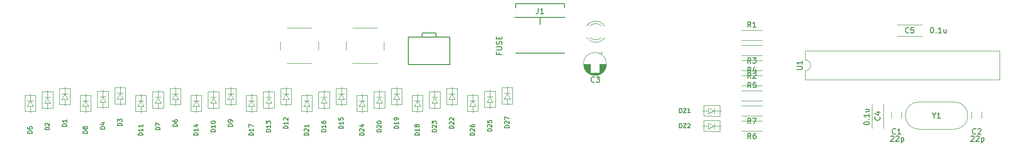
<source format=gbr>
G04 #@! TF.GenerationSoftware,KiCad,Pcbnew,(5.1.5)-3*
G04 #@! TF.CreationDate,2020-07-10T12:31:20-05:00*
G04 #@! TF.ProjectId,masochist,6d61736f-6368-4697-9374-2e6b69636164,rev?*
G04 #@! TF.SameCoordinates,Original*
G04 #@! TF.FileFunction,Legend,Top*
G04 #@! TF.FilePolarity,Positive*
%FSLAX46Y46*%
G04 Gerber Fmt 4.6, Leading zero omitted, Abs format (unit mm)*
G04 Created by KiCad (PCBNEW (5.1.5)-3) date 2020-07-10 12:31:20*
%MOMM*%
%LPD*%
G04 APERTURE LIST*
%ADD10C,0.120000*%
%ADD11C,0.200000*%
%ADD12C,0.203200*%
%ADD13C,0.150000*%
G04 APERTURE END LIST*
D10*
X233174000Y-47386000D02*
X239574000Y-47386000D01*
X233174000Y-52436000D02*
X239574000Y-52436000D01*
X233174000Y-52436000D02*
G75*
G02X233174000Y-47386000I0J2525000D01*
G01*
X239574000Y-52436000D02*
G75*
G03X239574000Y-47386000I0J2525000D01*
G01*
X212252250Y-37990000D02*
X212252250Y-39640000D01*
X247932250Y-37990000D02*
X212252250Y-37990000D01*
X247932250Y-43290000D02*
X247932250Y-37990000D01*
X212252250Y-43290000D02*
X247932250Y-43290000D01*
X212252250Y-41640000D02*
X212252250Y-43290000D01*
X212252250Y-39640000D02*
G75*
G02X212252250Y-41640000I0J-1000000D01*
G01*
X127870000Y-36243000D02*
X127870000Y-37743000D01*
X129120000Y-40243000D02*
X133620000Y-40243000D01*
X134870000Y-37743000D02*
X134870000Y-36243000D01*
X133620000Y-33743000D02*
X129120000Y-33743000D01*
X115805000Y-36243000D02*
X115805000Y-37743000D01*
X117055000Y-40243000D02*
X121555000Y-40243000D01*
X122805000Y-37743000D02*
X122805000Y-36243000D01*
X121555000Y-33743000D02*
X117055000Y-33743000D01*
X204358000Y-48102000D02*
X200518000Y-48102000D01*
X204358000Y-49942000D02*
X200518000Y-49942000D01*
X204358000Y-50896000D02*
X200518000Y-50896000D01*
X204358000Y-52736000D02*
X200518000Y-52736000D01*
X200518000Y-47148000D02*
X204358000Y-47148000D01*
X200518000Y-45308000D02*
X204358000Y-45308000D01*
X200518000Y-44354000D02*
X204358000Y-44354000D01*
X200518000Y-42514000D02*
X204358000Y-42514000D01*
X204358000Y-36926000D02*
X200518000Y-36926000D01*
X204358000Y-38766000D02*
X200518000Y-38766000D01*
X204358000Y-39720000D02*
X200518000Y-39720000D01*
X204358000Y-41560000D02*
X200518000Y-41560000D01*
X200518000Y-35972000D02*
X204358000Y-35972000D01*
X200518000Y-34132000D02*
X204358000Y-34132000D01*
X175296000Y-33337000D02*
X175296000Y-33181000D01*
X175296000Y-35653000D02*
X175296000Y-35497000D01*
X172694870Y-33337163D02*
G75*
G02X174776961Y-33337000I1041130J-1079837D01*
G01*
X172694870Y-35496837D02*
G75*
G03X174776961Y-35497000I1041130J1079837D01*
G01*
X172063665Y-33338392D02*
G75*
G02X175296000Y-33181484I1672335J-1078608D01*
G01*
X172063665Y-35495608D02*
G75*
G03X175296000Y-35652516I1672335J1078608D01*
G01*
D11*
X144379000Y-35423000D02*
X144379000Y-34623000D01*
X144379000Y-34623000D02*
X141829000Y-34623000D01*
X141829000Y-34623000D02*
X141829000Y-35423000D01*
D12*
X139319000Y-35433000D02*
X146939000Y-35433000D01*
X146939000Y-40513000D02*
X139319000Y-40513000D01*
X139319000Y-40513000D02*
X139319000Y-35433000D01*
X146939000Y-35433000D02*
X146939000Y-40513000D01*
D13*
X168137500Y-31750000D02*
X158887500Y-31750000D01*
X167987500Y-38410000D02*
X159037500Y-38410000D01*
X159032500Y-30000000D02*
X159037500Y-29240000D01*
X167987500Y-29240000D02*
X159037500Y-29240000D01*
X167987500Y-29240000D02*
X167992500Y-30000000D01*
X163512500Y-31750000D02*
X163512500Y-33020000D01*
D10*
X196542000Y-50816000D02*
X193572000Y-50816000D01*
X196552000Y-52816000D02*
X193562000Y-52806000D01*
X193562000Y-50816000D02*
X193562000Y-52806000D01*
X193352000Y-51826000D02*
X194472000Y-51826000D01*
X196812000Y-51826000D02*
X195532000Y-51826000D01*
X196552000Y-50816000D02*
X196552000Y-52816000D01*
X195422000Y-51826000D02*
X194472000Y-52366000D01*
X195412000Y-51816000D02*
X194502000Y-51286000D01*
X194472000Y-51286000D02*
X194472000Y-52366000D01*
X195522000Y-51286000D02*
X195522000Y-52366000D01*
X196542000Y-48022000D02*
X193572000Y-48022000D01*
X196552000Y-50022000D02*
X193562000Y-50012000D01*
X193562000Y-48022000D02*
X193562000Y-50012000D01*
X193352000Y-49032000D02*
X194472000Y-49032000D01*
X196812000Y-49032000D02*
X195532000Y-49032000D01*
X196552000Y-48022000D02*
X196552000Y-50022000D01*
X195422000Y-49032000D02*
X194472000Y-49572000D01*
X195412000Y-49022000D02*
X194502000Y-48492000D01*
X194472000Y-48492000D02*
X194472000Y-49572000D01*
X195522000Y-48492000D02*
X195522000Y-49572000D01*
X156480000Y-44758000D02*
X156480000Y-47728000D01*
X158480000Y-44748000D02*
X158470000Y-47738000D01*
X156480000Y-47738000D02*
X158470000Y-47738000D01*
X157490000Y-47948000D02*
X157490000Y-46828000D01*
X157490000Y-44488000D02*
X157490000Y-45768000D01*
X156480000Y-44748000D02*
X158480000Y-44748000D01*
X157490000Y-45878000D02*
X158030000Y-46828000D01*
X157480000Y-45888000D02*
X156950000Y-46798000D01*
X156950000Y-46828000D02*
X158030000Y-46828000D01*
X156950000Y-45778000D02*
X158030000Y-45778000D01*
X150130000Y-46155000D02*
X150130000Y-49125000D01*
X152130000Y-46145000D02*
X152120000Y-49135000D01*
X150130000Y-49135000D02*
X152120000Y-49135000D01*
X151140000Y-49345000D02*
X151140000Y-48225000D01*
X151140000Y-45885000D02*
X151140000Y-47165000D01*
X150130000Y-46145000D02*
X152130000Y-46145000D01*
X151140000Y-47275000D02*
X151680000Y-48225000D01*
X151130000Y-47285000D02*
X150600000Y-48195000D01*
X150600000Y-48225000D02*
X151680000Y-48225000D01*
X150600000Y-47175000D02*
X151680000Y-47175000D01*
X153305000Y-45393000D02*
X153305000Y-48363000D01*
X155305000Y-45383000D02*
X155295000Y-48373000D01*
X153305000Y-48373000D02*
X155295000Y-48373000D01*
X154315000Y-48583000D02*
X154315000Y-47463000D01*
X154315000Y-45123000D02*
X154315000Y-46403000D01*
X153305000Y-45383000D02*
X155305000Y-45383000D01*
X154315000Y-46513000D02*
X154855000Y-47463000D01*
X154305000Y-46523000D02*
X153775000Y-47433000D01*
X153775000Y-47463000D02*
X154855000Y-47463000D01*
X153775000Y-46413000D02*
X154855000Y-46413000D01*
X129810000Y-46155000D02*
X129810000Y-49125000D01*
X131810000Y-46145000D02*
X131800000Y-49135000D01*
X129810000Y-49135000D02*
X131800000Y-49135000D01*
X130820000Y-49345000D02*
X130820000Y-48225000D01*
X130820000Y-45885000D02*
X130820000Y-47165000D01*
X129810000Y-46145000D02*
X131810000Y-46145000D01*
X130820000Y-47275000D02*
X131360000Y-48225000D01*
X130810000Y-47285000D02*
X130280000Y-48195000D01*
X130280000Y-48225000D02*
X131360000Y-48225000D01*
X130280000Y-47175000D02*
X131360000Y-47175000D01*
X143145000Y-45520000D02*
X143145000Y-48490000D01*
X145145000Y-45510000D02*
X145135000Y-48500000D01*
X143145000Y-48500000D02*
X145135000Y-48500000D01*
X144155000Y-48710000D02*
X144155000Y-47590000D01*
X144155000Y-45250000D02*
X144155000Y-46530000D01*
X143145000Y-45510000D02*
X145145000Y-45510000D01*
X144155000Y-46640000D02*
X144695000Y-47590000D01*
X144145000Y-46650000D02*
X143615000Y-47560000D01*
X143615000Y-47590000D02*
X144695000Y-47590000D01*
X143615000Y-46540000D02*
X144695000Y-46540000D01*
X146320000Y-44885000D02*
X146320000Y-47855000D01*
X148320000Y-44875000D02*
X148310000Y-47865000D01*
X146320000Y-47865000D02*
X148310000Y-47865000D01*
X147330000Y-48075000D02*
X147330000Y-46955000D01*
X147330000Y-44615000D02*
X147330000Y-45895000D01*
X146320000Y-44875000D02*
X148320000Y-44875000D01*
X147330000Y-46005000D02*
X147870000Y-46955000D01*
X147320000Y-46015000D02*
X146790000Y-46925000D01*
X146790000Y-46955000D02*
X147870000Y-46955000D01*
X146790000Y-45905000D02*
X147870000Y-45905000D01*
X119650000Y-46155000D02*
X119650000Y-49125000D01*
X121650000Y-46145000D02*
X121640000Y-49135000D01*
X119650000Y-49135000D02*
X121640000Y-49135000D01*
X120660000Y-49345000D02*
X120660000Y-48225000D01*
X120660000Y-45885000D02*
X120660000Y-47165000D01*
X119650000Y-46145000D02*
X121650000Y-46145000D01*
X120660000Y-47275000D02*
X121200000Y-48225000D01*
X120650000Y-47285000D02*
X120120000Y-48195000D01*
X120120000Y-48225000D02*
X121200000Y-48225000D01*
X120120000Y-47175000D02*
X121200000Y-47175000D01*
X132985000Y-45520000D02*
X132985000Y-48490000D01*
X134985000Y-45510000D02*
X134975000Y-48500000D01*
X132985000Y-48500000D02*
X134975000Y-48500000D01*
X133995000Y-48710000D02*
X133995000Y-47590000D01*
X133995000Y-45250000D02*
X133995000Y-46530000D01*
X132985000Y-45510000D02*
X134985000Y-45510000D01*
X133995000Y-46640000D02*
X134535000Y-47590000D01*
X133985000Y-46650000D02*
X133455000Y-47560000D01*
X133455000Y-47590000D02*
X134535000Y-47590000D01*
X133455000Y-46540000D02*
X134535000Y-46540000D01*
X136160000Y-44885000D02*
X136160000Y-47855000D01*
X138160000Y-44875000D02*
X138150000Y-47865000D01*
X136160000Y-47865000D02*
X138150000Y-47865000D01*
X137170000Y-48075000D02*
X137170000Y-46955000D01*
X137170000Y-44615000D02*
X137170000Y-45895000D01*
X136160000Y-44875000D02*
X138160000Y-44875000D01*
X137170000Y-46005000D02*
X137710000Y-46955000D01*
X137160000Y-46015000D02*
X136630000Y-46925000D01*
X136630000Y-46955000D02*
X137710000Y-46955000D01*
X136630000Y-45905000D02*
X137710000Y-45905000D01*
X139970000Y-46155000D02*
X139970000Y-49125000D01*
X141970000Y-46145000D02*
X141960000Y-49135000D01*
X139970000Y-49135000D02*
X141960000Y-49135000D01*
X140980000Y-49345000D02*
X140980000Y-48225000D01*
X140980000Y-45885000D02*
X140980000Y-47165000D01*
X139970000Y-46145000D02*
X141970000Y-46145000D01*
X140980000Y-47275000D02*
X141520000Y-48225000D01*
X140970000Y-47285000D02*
X140440000Y-48195000D01*
X140440000Y-48225000D02*
X141520000Y-48225000D01*
X140440000Y-47175000D02*
X141520000Y-47175000D01*
X109490000Y-46155000D02*
X109490000Y-49125000D01*
X111490000Y-46145000D02*
X111480000Y-49135000D01*
X109490000Y-49135000D02*
X111480000Y-49135000D01*
X110500000Y-49345000D02*
X110500000Y-48225000D01*
X110500000Y-45885000D02*
X110500000Y-47165000D01*
X109490000Y-46145000D02*
X111490000Y-46145000D01*
X110500000Y-47275000D02*
X111040000Y-48225000D01*
X110490000Y-47285000D02*
X109960000Y-48195000D01*
X109960000Y-48225000D02*
X111040000Y-48225000D01*
X109960000Y-47175000D02*
X111040000Y-47175000D01*
X122825000Y-45520000D02*
X122825000Y-48490000D01*
X124825000Y-45510000D02*
X124815000Y-48500000D01*
X122825000Y-48500000D02*
X124815000Y-48500000D01*
X123835000Y-48710000D02*
X123835000Y-47590000D01*
X123835000Y-45250000D02*
X123835000Y-46530000D01*
X122825000Y-45510000D02*
X124825000Y-45510000D01*
X123835000Y-46640000D02*
X124375000Y-47590000D01*
X123825000Y-46650000D02*
X123295000Y-47560000D01*
X123295000Y-47590000D02*
X124375000Y-47590000D01*
X123295000Y-46540000D02*
X124375000Y-46540000D01*
X126000000Y-44885000D02*
X126000000Y-47855000D01*
X128000000Y-44875000D02*
X127990000Y-47865000D01*
X126000000Y-47865000D02*
X127990000Y-47865000D01*
X127010000Y-48075000D02*
X127010000Y-46955000D01*
X127010000Y-44615000D02*
X127010000Y-45895000D01*
X126000000Y-44875000D02*
X128000000Y-44875000D01*
X127010000Y-46005000D02*
X127550000Y-46955000D01*
X127000000Y-46015000D02*
X126470000Y-46925000D01*
X126470000Y-46955000D02*
X127550000Y-46955000D01*
X126470000Y-45905000D02*
X127550000Y-45905000D01*
X99330000Y-46155000D02*
X99330000Y-49125000D01*
X101330000Y-46145000D02*
X101320000Y-49135000D01*
X99330000Y-49135000D02*
X101320000Y-49135000D01*
X100340000Y-49345000D02*
X100340000Y-48225000D01*
X100340000Y-45885000D02*
X100340000Y-47165000D01*
X99330000Y-46145000D02*
X101330000Y-46145000D01*
X100340000Y-47275000D02*
X100880000Y-48225000D01*
X100330000Y-47285000D02*
X99800000Y-48195000D01*
X99800000Y-48225000D02*
X100880000Y-48225000D01*
X99800000Y-47175000D02*
X100880000Y-47175000D01*
X112665000Y-45520000D02*
X112665000Y-48490000D01*
X114665000Y-45510000D02*
X114655000Y-48500000D01*
X112665000Y-48500000D02*
X114655000Y-48500000D01*
X113675000Y-48710000D02*
X113675000Y-47590000D01*
X113675000Y-45250000D02*
X113675000Y-46530000D01*
X112665000Y-45510000D02*
X114665000Y-45510000D01*
X113675000Y-46640000D02*
X114215000Y-47590000D01*
X113665000Y-46650000D02*
X113135000Y-47560000D01*
X113135000Y-47590000D02*
X114215000Y-47590000D01*
X113135000Y-46540000D02*
X114215000Y-46540000D01*
X115840000Y-44885000D02*
X115840000Y-47855000D01*
X117840000Y-44875000D02*
X117830000Y-47865000D01*
X115840000Y-47865000D02*
X117830000Y-47865000D01*
X116850000Y-48075000D02*
X116850000Y-46955000D01*
X116850000Y-44615000D02*
X116850000Y-45895000D01*
X115840000Y-44875000D02*
X117840000Y-44875000D01*
X116850000Y-46005000D02*
X117390000Y-46955000D01*
X116840000Y-46015000D02*
X116310000Y-46925000D01*
X116310000Y-46955000D02*
X117390000Y-46955000D01*
X116310000Y-45905000D02*
X117390000Y-45905000D01*
X89640000Y-47175000D02*
X90720000Y-47175000D01*
X89640000Y-48225000D02*
X90720000Y-48225000D01*
X90170000Y-47285000D02*
X89640000Y-48195000D01*
X90180000Y-47275000D02*
X90720000Y-48225000D01*
X89170000Y-46145000D02*
X91170000Y-46145000D01*
X90180000Y-45885000D02*
X90180000Y-47165000D01*
X90180000Y-49345000D02*
X90180000Y-48225000D01*
X89170000Y-49135000D02*
X91160000Y-49135000D01*
X91170000Y-46145000D02*
X91160000Y-49135000D01*
X89170000Y-46155000D02*
X89170000Y-49125000D01*
X102505000Y-45520000D02*
X102505000Y-48490000D01*
X104505000Y-45510000D02*
X104495000Y-48500000D01*
X102505000Y-48500000D02*
X104495000Y-48500000D01*
X103515000Y-48710000D02*
X103515000Y-47590000D01*
X103515000Y-45250000D02*
X103515000Y-46530000D01*
X102505000Y-45510000D02*
X104505000Y-45510000D01*
X103515000Y-46640000D02*
X104055000Y-47590000D01*
X103505000Y-46650000D02*
X102975000Y-47560000D01*
X102975000Y-47590000D02*
X104055000Y-47590000D01*
X102975000Y-46540000D02*
X104055000Y-46540000D01*
X105680000Y-44885000D02*
X105680000Y-47855000D01*
X107680000Y-44875000D02*
X107670000Y-47865000D01*
X105680000Y-47865000D02*
X107670000Y-47865000D01*
X106690000Y-48075000D02*
X106690000Y-46955000D01*
X106690000Y-44615000D02*
X106690000Y-45895000D01*
X105680000Y-44875000D02*
X107680000Y-44875000D01*
X106690000Y-46005000D02*
X107230000Y-46955000D01*
X106680000Y-46015000D02*
X106150000Y-46925000D01*
X106150000Y-46955000D02*
X107230000Y-46955000D01*
X106150000Y-45905000D02*
X107230000Y-45905000D01*
X79010000Y-46155000D02*
X79010000Y-49125000D01*
X81010000Y-46145000D02*
X81000000Y-49135000D01*
X79010000Y-49135000D02*
X81000000Y-49135000D01*
X80020000Y-49345000D02*
X80020000Y-48225000D01*
X80020000Y-45885000D02*
X80020000Y-47165000D01*
X79010000Y-46145000D02*
X81010000Y-46145000D01*
X80020000Y-47275000D02*
X80560000Y-48225000D01*
X80010000Y-47285000D02*
X79480000Y-48195000D01*
X79480000Y-48225000D02*
X80560000Y-48225000D01*
X79480000Y-47175000D02*
X80560000Y-47175000D01*
X92815000Y-46540000D02*
X93895000Y-46540000D01*
X92815000Y-47590000D02*
X93895000Y-47590000D01*
X93345000Y-46650000D02*
X92815000Y-47560000D01*
X93355000Y-46640000D02*
X93895000Y-47590000D01*
X92345000Y-45510000D02*
X94345000Y-45510000D01*
X93355000Y-45250000D02*
X93355000Y-46530000D01*
X93355000Y-48710000D02*
X93355000Y-47590000D01*
X92345000Y-48500000D02*
X94335000Y-48500000D01*
X94345000Y-45510000D02*
X94335000Y-48500000D01*
X92345000Y-45520000D02*
X92345000Y-48490000D01*
X95990000Y-45905000D02*
X97070000Y-45905000D01*
X95990000Y-46955000D02*
X97070000Y-46955000D01*
X96520000Y-46015000D02*
X95990000Y-46925000D01*
X96530000Y-46005000D02*
X97070000Y-46955000D01*
X95520000Y-44875000D02*
X97520000Y-44875000D01*
X96530000Y-44615000D02*
X96530000Y-45895000D01*
X96530000Y-48075000D02*
X96530000Y-46955000D01*
X95520000Y-47865000D02*
X97510000Y-47865000D01*
X97520000Y-44875000D02*
X97510000Y-47865000D01*
X95520000Y-44885000D02*
X95520000Y-47855000D01*
X68850000Y-46155000D02*
X68850000Y-49125000D01*
X70850000Y-46145000D02*
X70840000Y-49135000D01*
X68850000Y-49135000D02*
X70840000Y-49135000D01*
X69860000Y-49345000D02*
X69860000Y-48225000D01*
X69860000Y-45885000D02*
X69860000Y-47165000D01*
X68850000Y-46145000D02*
X70850000Y-46145000D01*
X69860000Y-47275000D02*
X70400000Y-48225000D01*
X69850000Y-47285000D02*
X69320000Y-48195000D01*
X69320000Y-48225000D02*
X70400000Y-48225000D01*
X69320000Y-47175000D02*
X70400000Y-47175000D01*
X82185000Y-45393000D02*
X82185000Y-48363000D01*
X84185000Y-45383000D02*
X84175000Y-48373000D01*
X82185000Y-48373000D02*
X84175000Y-48373000D01*
X83195000Y-48583000D02*
X83195000Y-47463000D01*
X83195000Y-45123000D02*
X83195000Y-46403000D01*
X82185000Y-45383000D02*
X84185000Y-45383000D01*
X83195000Y-46513000D02*
X83735000Y-47463000D01*
X83185000Y-46523000D02*
X82655000Y-47433000D01*
X82655000Y-47463000D02*
X83735000Y-47463000D01*
X82655000Y-46413000D02*
X83735000Y-46413000D01*
X85360000Y-44758000D02*
X85360000Y-47728000D01*
X87360000Y-44748000D02*
X87350000Y-47738000D01*
X85360000Y-47738000D02*
X87350000Y-47738000D01*
X86370000Y-47948000D02*
X86370000Y-46828000D01*
X86370000Y-44488000D02*
X86370000Y-45768000D01*
X85360000Y-44748000D02*
X87360000Y-44748000D01*
X86370000Y-45878000D02*
X86910000Y-46828000D01*
X86360000Y-45888000D02*
X85830000Y-46798000D01*
X85830000Y-46828000D02*
X86910000Y-46828000D01*
X85830000Y-45778000D02*
X86910000Y-45778000D01*
X72025000Y-45520000D02*
X72025000Y-48490000D01*
X74025000Y-45510000D02*
X74015000Y-48500000D01*
X72025000Y-48500000D02*
X74015000Y-48500000D01*
X73035000Y-48710000D02*
X73035000Y-47590000D01*
X73035000Y-45250000D02*
X73035000Y-46530000D01*
X72025000Y-45510000D02*
X74025000Y-45510000D01*
X73035000Y-46640000D02*
X73575000Y-47590000D01*
X73025000Y-46650000D02*
X72495000Y-47560000D01*
X72495000Y-47590000D02*
X73575000Y-47590000D01*
X72495000Y-46540000D02*
X73575000Y-46540000D01*
X75200000Y-44885000D02*
X75200000Y-47855000D01*
X77200000Y-44875000D02*
X77190000Y-47865000D01*
X75200000Y-47865000D02*
X77190000Y-47865000D01*
X76210000Y-48075000D02*
X76210000Y-46955000D01*
X76210000Y-44615000D02*
X76210000Y-45895000D01*
X75200000Y-44875000D02*
X77200000Y-44875000D01*
X76210000Y-46005000D02*
X76750000Y-46955000D01*
X76200000Y-46015000D02*
X75670000Y-46925000D01*
X75670000Y-46955000D02*
X76750000Y-46955000D01*
X75670000Y-45905000D02*
X76750000Y-45905000D01*
X229164000Y-33108000D02*
X229164000Y-33093000D01*
X229164000Y-35233000D02*
X229164000Y-35218000D01*
X233704000Y-33108000D02*
X233704000Y-33093000D01*
X233704000Y-35233000D02*
X233704000Y-35218000D01*
X233704000Y-33093000D02*
X229164000Y-33093000D01*
X233704000Y-35233000D02*
X229164000Y-35233000D01*
X224497000Y-52268000D02*
X224482000Y-52268000D01*
X226622000Y-52268000D02*
X226607000Y-52268000D01*
X224497000Y-47728000D02*
X224482000Y-47728000D01*
X226622000Y-47728000D02*
X226607000Y-47728000D01*
X224482000Y-47728000D02*
X224482000Y-52268000D01*
X226622000Y-47728000D02*
X226622000Y-52268000D01*
X175729000Y-40374000D02*
G75*
G03X175729000Y-40374000I-2120000J0D01*
G01*
X172769000Y-40374000D02*
X171529000Y-40374000D01*
X175689000Y-40374000D02*
X174449000Y-40374000D01*
X172769000Y-40414000D02*
X171529000Y-40414000D01*
X175689000Y-40414000D02*
X174449000Y-40414000D01*
X172769000Y-40454000D02*
X171530000Y-40454000D01*
X175688000Y-40454000D02*
X174449000Y-40454000D01*
X175686000Y-40494000D02*
X174449000Y-40494000D01*
X172769000Y-40494000D02*
X171532000Y-40494000D01*
X175683000Y-40534000D02*
X174449000Y-40534000D01*
X172769000Y-40534000D02*
X171535000Y-40534000D01*
X175680000Y-40574000D02*
X174449000Y-40574000D01*
X172769000Y-40574000D02*
X171538000Y-40574000D01*
X175676000Y-40614000D02*
X174449000Y-40614000D01*
X172769000Y-40614000D02*
X171542000Y-40614000D01*
X175671000Y-40654000D02*
X174449000Y-40654000D01*
X172769000Y-40654000D02*
X171547000Y-40654000D01*
X175665000Y-40694000D02*
X174449000Y-40694000D01*
X172769000Y-40694000D02*
X171553000Y-40694000D01*
X175659000Y-40734000D02*
X174449000Y-40734000D01*
X172769000Y-40734000D02*
X171559000Y-40734000D01*
X175651000Y-40774000D02*
X174449000Y-40774000D01*
X172769000Y-40774000D02*
X171567000Y-40774000D01*
X175643000Y-40814000D02*
X174449000Y-40814000D01*
X172769000Y-40814000D02*
X171575000Y-40814000D01*
X175634000Y-40854000D02*
X174449000Y-40854000D01*
X172769000Y-40854000D02*
X171584000Y-40854000D01*
X175625000Y-40894000D02*
X174449000Y-40894000D01*
X172769000Y-40894000D02*
X171593000Y-40894000D01*
X175614000Y-40934000D02*
X174449000Y-40934000D01*
X172769000Y-40934000D02*
X171604000Y-40934000D01*
X175603000Y-40974000D02*
X174449000Y-40974000D01*
X172769000Y-40974000D02*
X171615000Y-40974000D01*
X175591000Y-41014000D02*
X174449000Y-41014000D01*
X172769000Y-41014000D02*
X171627000Y-41014000D01*
X175577000Y-41054000D02*
X174449000Y-41054000D01*
X172769000Y-41054000D02*
X171641000Y-41054000D01*
X175563000Y-41095000D02*
X174449000Y-41095000D01*
X172769000Y-41095000D02*
X171655000Y-41095000D01*
X175549000Y-41135000D02*
X174449000Y-41135000D01*
X172769000Y-41135000D02*
X171669000Y-41135000D01*
X175533000Y-41175000D02*
X174449000Y-41175000D01*
X172769000Y-41175000D02*
X171685000Y-41175000D01*
X175516000Y-41215000D02*
X174449000Y-41215000D01*
X172769000Y-41215000D02*
X171702000Y-41215000D01*
X175498000Y-41255000D02*
X174449000Y-41255000D01*
X172769000Y-41255000D02*
X171720000Y-41255000D01*
X175479000Y-41295000D02*
X174449000Y-41295000D01*
X172769000Y-41295000D02*
X171739000Y-41295000D01*
X175460000Y-41335000D02*
X174449000Y-41335000D01*
X172769000Y-41335000D02*
X171758000Y-41335000D01*
X175439000Y-41375000D02*
X174449000Y-41375000D01*
X172769000Y-41375000D02*
X171779000Y-41375000D01*
X175417000Y-41415000D02*
X174449000Y-41415000D01*
X172769000Y-41415000D02*
X171801000Y-41415000D01*
X175394000Y-41455000D02*
X174449000Y-41455000D01*
X172769000Y-41455000D02*
X171824000Y-41455000D01*
X175369000Y-41495000D02*
X174449000Y-41495000D01*
X172769000Y-41495000D02*
X171849000Y-41495000D01*
X175344000Y-41535000D02*
X174449000Y-41535000D01*
X172769000Y-41535000D02*
X171874000Y-41535000D01*
X175317000Y-41575000D02*
X174449000Y-41575000D01*
X172769000Y-41575000D02*
X171901000Y-41575000D01*
X175289000Y-41615000D02*
X174449000Y-41615000D01*
X172769000Y-41615000D02*
X171929000Y-41615000D01*
X175259000Y-41655000D02*
X174449000Y-41655000D01*
X172769000Y-41655000D02*
X171959000Y-41655000D01*
X175228000Y-41695000D02*
X174449000Y-41695000D01*
X172769000Y-41695000D02*
X171990000Y-41695000D01*
X175196000Y-41735000D02*
X174449000Y-41735000D01*
X172769000Y-41735000D02*
X172022000Y-41735000D01*
X175161000Y-41775000D02*
X174449000Y-41775000D01*
X172769000Y-41775000D02*
X172057000Y-41775000D01*
X175125000Y-41815000D02*
X174449000Y-41815000D01*
X172769000Y-41815000D02*
X172093000Y-41815000D01*
X175087000Y-41855000D02*
X174449000Y-41855000D01*
X172769000Y-41855000D02*
X172131000Y-41855000D01*
X175047000Y-41895000D02*
X174449000Y-41895000D01*
X172769000Y-41895000D02*
X172171000Y-41895000D01*
X175005000Y-41935000D02*
X174449000Y-41935000D01*
X172769000Y-41935000D02*
X172213000Y-41935000D01*
X174960000Y-41975000D02*
X172258000Y-41975000D01*
X174913000Y-42015000D02*
X172305000Y-42015000D01*
X174863000Y-42055000D02*
X172355000Y-42055000D01*
X174809000Y-42095000D02*
X172409000Y-42095000D01*
X174751000Y-42135000D02*
X172467000Y-42135000D01*
X174689000Y-42175000D02*
X172529000Y-42175000D01*
X174622000Y-42215000D02*
X172596000Y-42215000D01*
X174549000Y-42255000D02*
X172669000Y-42255000D01*
X174468000Y-42295000D02*
X172750000Y-42295000D01*
X174377000Y-42335000D02*
X172841000Y-42335000D01*
X174273000Y-42375000D02*
X172945000Y-42375000D01*
X174146000Y-42415000D02*
X173072000Y-42415000D01*
X173979000Y-42455000D02*
X173239000Y-42455000D01*
X174804000Y-38104199D02*
X174804000Y-38504199D01*
X175004000Y-38304199D02*
X174604000Y-38304199D01*
X244633000Y-50433000D02*
X244633000Y-49175000D01*
X242793000Y-50433000D02*
X242793000Y-49175000D01*
X229901000Y-50433000D02*
X229901000Y-49175000D01*
X228061000Y-50433000D02*
X228061000Y-49175000D01*
D13*
X235897809Y-49906126D02*
X235897809Y-50382316D01*
X235564476Y-49382316D02*
X235897809Y-49906126D01*
X236231142Y-49382316D01*
X237088285Y-50382316D02*
X236516857Y-50382316D01*
X236802571Y-50382316D02*
X236802571Y-49382316D01*
X236707333Y-49525174D01*
X236612095Y-49620412D01*
X236516857Y-49668031D01*
X210704630Y-41401904D02*
X211514154Y-41401904D01*
X211609392Y-41354285D01*
X211657011Y-41306666D01*
X211704630Y-41211428D01*
X211704630Y-41020952D01*
X211657011Y-40925714D01*
X211609392Y-40878095D01*
X211514154Y-40830476D01*
X210704630Y-40830476D01*
X211704630Y-39830476D02*
X211704630Y-40401904D01*
X211704630Y-40116190D02*
X210704630Y-40116190D01*
X210847488Y-40211428D01*
X210942726Y-40306666D01*
X210990345Y-40401904D01*
X202271333Y-51394380D02*
X201938000Y-50918190D01*
X201699904Y-51394380D02*
X201699904Y-50394380D01*
X202080857Y-50394380D01*
X202176095Y-50442000D01*
X202223714Y-50489619D01*
X202271333Y-50584857D01*
X202271333Y-50727714D01*
X202223714Y-50822952D01*
X202176095Y-50870571D01*
X202080857Y-50918190D01*
X201699904Y-50918190D01*
X202604666Y-50394380D02*
X203271333Y-50394380D01*
X202842761Y-51394380D01*
X202271333Y-54188380D02*
X201938000Y-53712190D01*
X201699904Y-54188380D02*
X201699904Y-53188380D01*
X202080857Y-53188380D01*
X202176095Y-53236000D01*
X202223714Y-53283619D01*
X202271333Y-53378857D01*
X202271333Y-53521714D01*
X202223714Y-53616952D01*
X202176095Y-53664571D01*
X202080857Y-53712190D01*
X201699904Y-53712190D01*
X203128476Y-53188380D02*
X202938000Y-53188380D01*
X202842761Y-53236000D01*
X202795142Y-53283619D01*
X202699904Y-53426476D01*
X202652285Y-53616952D01*
X202652285Y-53997904D01*
X202699904Y-54093142D01*
X202747523Y-54140761D01*
X202842761Y-54188380D01*
X203033238Y-54188380D01*
X203128476Y-54140761D01*
X203176095Y-54093142D01*
X203223714Y-53997904D01*
X203223714Y-53759809D01*
X203176095Y-53664571D01*
X203128476Y-53616952D01*
X203033238Y-53569333D01*
X202842761Y-53569333D01*
X202747523Y-53616952D01*
X202699904Y-53664571D01*
X202652285Y-53759809D01*
X202271333Y-44760380D02*
X201938000Y-44284190D01*
X201699904Y-44760380D02*
X201699904Y-43760380D01*
X202080857Y-43760380D01*
X202176095Y-43808000D01*
X202223714Y-43855619D01*
X202271333Y-43950857D01*
X202271333Y-44093714D01*
X202223714Y-44188952D01*
X202176095Y-44236571D01*
X202080857Y-44284190D01*
X201699904Y-44284190D01*
X203176095Y-43760380D02*
X202699904Y-43760380D01*
X202652285Y-44236571D01*
X202699904Y-44188952D01*
X202795142Y-44141333D01*
X203033238Y-44141333D01*
X203128476Y-44188952D01*
X203176095Y-44236571D01*
X203223714Y-44331809D01*
X203223714Y-44569904D01*
X203176095Y-44665142D01*
X203128476Y-44712761D01*
X203033238Y-44760380D01*
X202795142Y-44760380D01*
X202699904Y-44712761D01*
X202652285Y-44665142D01*
X202271333Y-41966380D02*
X201938000Y-41490190D01*
X201699904Y-41966380D02*
X201699904Y-40966380D01*
X202080857Y-40966380D01*
X202176095Y-41014000D01*
X202223714Y-41061619D01*
X202271333Y-41156857D01*
X202271333Y-41299714D01*
X202223714Y-41394952D01*
X202176095Y-41442571D01*
X202080857Y-41490190D01*
X201699904Y-41490190D01*
X203128476Y-41299714D02*
X203128476Y-41966380D01*
X202890380Y-40918761D02*
X202652285Y-41633047D01*
X203271333Y-41633047D01*
X202271333Y-40218380D02*
X201938000Y-39742190D01*
X201699904Y-40218380D02*
X201699904Y-39218380D01*
X202080857Y-39218380D01*
X202176095Y-39266000D01*
X202223714Y-39313619D01*
X202271333Y-39408857D01*
X202271333Y-39551714D01*
X202223714Y-39646952D01*
X202176095Y-39694571D01*
X202080857Y-39742190D01*
X201699904Y-39742190D01*
X202604666Y-39218380D02*
X203223714Y-39218380D01*
X202890380Y-39599333D01*
X203033238Y-39599333D01*
X203128476Y-39646952D01*
X203176095Y-39694571D01*
X203223714Y-39789809D01*
X203223714Y-40027904D01*
X203176095Y-40123142D01*
X203128476Y-40170761D01*
X203033238Y-40218380D01*
X202747523Y-40218380D01*
X202652285Y-40170761D01*
X202604666Y-40123142D01*
X202271333Y-43012380D02*
X201938000Y-42536190D01*
X201699904Y-43012380D02*
X201699904Y-42012380D01*
X202080857Y-42012380D01*
X202176095Y-42060000D01*
X202223714Y-42107619D01*
X202271333Y-42202857D01*
X202271333Y-42345714D01*
X202223714Y-42440952D01*
X202176095Y-42488571D01*
X202080857Y-42536190D01*
X201699904Y-42536190D01*
X202652285Y-42107619D02*
X202699904Y-42060000D01*
X202795142Y-42012380D01*
X203033238Y-42012380D01*
X203128476Y-42060000D01*
X203176095Y-42107619D01*
X203223714Y-42202857D01*
X203223714Y-42298095D01*
X203176095Y-42440952D01*
X202604666Y-43012380D01*
X203223714Y-43012380D01*
X202271333Y-33584380D02*
X201938000Y-33108190D01*
X201699904Y-33584380D02*
X201699904Y-32584380D01*
X202080857Y-32584380D01*
X202176095Y-32632000D01*
X202223714Y-32679619D01*
X202271333Y-32774857D01*
X202271333Y-32917714D01*
X202223714Y-33012952D01*
X202176095Y-33060571D01*
X202080857Y-33108190D01*
X201699904Y-33108190D01*
X203223714Y-33584380D02*
X202652285Y-33584380D01*
X202938000Y-33584380D02*
X202938000Y-32584380D01*
X202842761Y-32727238D01*
X202747523Y-32822476D01*
X202652285Y-32870095D01*
X163196664Y-30065010D02*
X163196664Y-30779296D01*
X163149045Y-30922153D01*
X163053807Y-31017391D01*
X162910950Y-31065010D01*
X162815712Y-31065010D01*
X164196664Y-31065010D02*
X163625236Y-31065010D01*
X163910950Y-31065010D02*
X163910950Y-30065010D01*
X163815712Y-30207868D01*
X163720474Y-30303106D01*
X163625236Y-30350725D01*
X155981571Y-38286523D02*
X155981571Y-38619857D01*
X156505380Y-38619857D02*
X155505380Y-38619857D01*
X155505380Y-38143666D01*
X155505380Y-37762714D02*
X156314904Y-37762714D01*
X156410142Y-37715095D01*
X156457761Y-37667476D01*
X156505380Y-37572238D01*
X156505380Y-37381761D01*
X156457761Y-37286523D01*
X156410142Y-37238904D01*
X156314904Y-37191285D01*
X155505380Y-37191285D01*
X156457761Y-36762714D02*
X156505380Y-36619857D01*
X156505380Y-36381761D01*
X156457761Y-36286523D01*
X156410142Y-36238904D01*
X156314904Y-36191285D01*
X156219666Y-36191285D01*
X156124428Y-36238904D01*
X156076809Y-36286523D01*
X156029190Y-36381761D01*
X155981571Y-36572238D01*
X155933952Y-36667476D01*
X155886333Y-36715095D01*
X155791095Y-36762714D01*
X155695857Y-36762714D01*
X155600619Y-36715095D01*
X155553000Y-36667476D01*
X155505380Y-36572238D01*
X155505380Y-36334142D01*
X155553000Y-36191285D01*
X155981571Y-35762714D02*
X155981571Y-35429380D01*
X156505380Y-35286523D02*
X156505380Y-35762714D01*
X155505380Y-35762714D01*
X155505380Y-35286523D01*
X189140571Y-52177904D02*
X189140571Y-51377904D01*
X189331047Y-51377904D01*
X189445333Y-51416000D01*
X189521523Y-51492190D01*
X189559619Y-51568380D01*
X189597714Y-51720761D01*
X189597714Y-51835047D01*
X189559619Y-51987428D01*
X189521523Y-52063619D01*
X189445333Y-52139809D01*
X189331047Y-52177904D01*
X189140571Y-52177904D01*
X189864380Y-51377904D02*
X190397714Y-51377904D01*
X189864380Y-52177904D01*
X190397714Y-52177904D01*
X190664380Y-51454095D02*
X190702476Y-51416000D01*
X190778666Y-51377904D01*
X190969142Y-51377904D01*
X191045333Y-51416000D01*
X191083428Y-51454095D01*
X191121523Y-51530285D01*
X191121523Y-51606476D01*
X191083428Y-51720761D01*
X190626285Y-52177904D01*
X191121523Y-52177904D01*
X189140571Y-49383904D02*
X189140571Y-48583904D01*
X189331047Y-48583904D01*
X189445333Y-48622000D01*
X189521523Y-48698190D01*
X189559619Y-48774380D01*
X189597714Y-48926761D01*
X189597714Y-49041047D01*
X189559619Y-49193428D01*
X189521523Y-49269619D01*
X189445333Y-49345809D01*
X189331047Y-49383904D01*
X189140571Y-49383904D01*
X189864380Y-48583904D02*
X190397714Y-48583904D01*
X189864380Y-49383904D01*
X190397714Y-49383904D01*
X191121523Y-49383904D02*
X190664380Y-49383904D01*
X190892952Y-49383904D02*
X190892952Y-48583904D01*
X190816761Y-48698190D01*
X190740571Y-48774380D01*
X190664380Y-48812476D01*
X157841904Y-52159428D02*
X157041904Y-52159428D01*
X157041904Y-51968952D01*
X157080000Y-51854666D01*
X157156190Y-51778476D01*
X157232380Y-51740380D01*
X157384761Y-51702285D01*
X157499047Y-51702285D01*
X157651428Y-51740380D01*
X157727619Y-51778476D01*
X157803809Y-51854666D01*
X157841904Y-51968952D01*
X157841904Y-52159428D01*
X157118095Y-51397523D02*
X157080000Y-51359428D01*
X157041904Y-51283238D01*
X157041904Y-51092761D01*
X157080000Y-51016571D01*
X157118095Y-50978476D01*
X157194285Y-50940380D01*
X157270476Y-50940380D01*
X157384761Y-50978476D01*
X157841904Y-51435619D01*
X157841904Y-50940380D01*
X157041904Y-50673714D02*
X157041904Y-50140380D01*
X157841904Y-50483238D01*
X151491904Y-53556428D02*
X150691904Y-53556428D01*
X150691904Y-53365952D01*
X150730000Y-53251666D01*
X150806190Y-53175476D01*
X150882380Y-53137380D01*
X151034761Y-53099285D01*
X151149047Y-53099285D01*
X151301428Y-53137380D01*
X151377619Y-53175476D01*
X151453809Y-53251666D01*
X151491904Y-53365952D01*
X151491904Y-53556428D01*
X150768095Y-52794523D02*
X150730000Y-52756428D01*
X150691904Y-52680238D01*
X150691904Y-52489761D01*
X150730000Y-52413571D01*
X150768095Y-52375476D01*
X150844285Y-52337380D01*
X150920476Y-52337380D01*
X151034761Y-52375476D01*
X151491904Y-52832619D01*
X151491904Y-52337380D01*
X150691904Y-51651666D02*
X150691904Y-51804047D01*
X150730000Y-51880238D01*
X150768095Y-51918333D01*
X150882380Y-51994523D01*
X151034761Y-52032619D01*
X151339523Y-52032619D01*
X151415714Y-51994523D01*
X151453809Y-51956428D01*
X151491904Y-51880238D01*
X151491904Y-51727857D01*
X151453809Y-51651666D01*
X151415714Y-51613571D01*
X151339523Y-51575476D01*
X151149047Y-51575476D01*
X151072857Y-51613571D01*
X151034761Y-51651666D01*
X150996666Y-51727857D01*
X150996666Y-51880238D01*
X151034761Y-51956428D01*
X151072857Y-51994523D01*
X151149047Y-52032619D01*
X154666904Y-52794428D02*
X153866904Y-52794428D01*
X153866904Y-52603952D01*
X153905000Y-52489666D01*
X153981190Y-52413476D01*
X154057380Y-52375380D01*
X154209761Y-52337285D01*
X154324047Y-52337285D01*
X154476428Y-52375380D01*
X154552619Y-52413476D01*
X154628809Y-52489666D01*
X154666904Y-52603952D01*
X154666904Y-52794428D01*
X153943095Y-52032523D02*
X153905000Y-51994428D01*
X153866904Y-51918238D01*
X153866904Y-51727761D01*
X153905000Y-51651571D01*
X153943095Y-51613476D01*
X154019285Y-51575380D01*
X154095476Y-51575380D01*
X154209761Y-51613476D01*
X154666904Y-52070619D01*
X154666904Y-51575380D01*
X153866904Y-50851571D02*
X153866904Y-51232523D01*
X154247857Y-51270619D01*
X154209761Y-51232523D01*
X154171666Y-51156333D01*
X154171666Y-50965857D01*
X154209761Y-50889666D01*
X154247857Y-50851571D01*
X154324047Y-50813476D01*
X154514523Y-50813476D01*
X154590714Y-50851571D01*
X154628809Y-50889666D01*
X154666904Y-50965857D01*
X154666904Y-51156333D01*
X154628809Y-51232523D01*
X154590714Y-51270619D01*
X131171904Y-53556428D02*
X130371904Y-53556428D01*
X130371904Y-53365952D01*
X130410000Y-53251666D01*
X130486190Y-53175476D01*
X130562380Y-53137380D01*
X130714761Y-53099285D01*
X130829047Y-53099285D01*
X130981428Y-53137380D01*
X131057619Y-53175476D01*
X131133809Y-53251666D01*
X131171904Y-53365952D01*
X131171904Y-53556428D01*
X130448095Y-52794523D02*
X130410000Y-52756428D01*
X130371904Y-52680238D01*
X130371904Y-52489761D01*
X130410000Y-52413571D01*
X130448095Y-52375476D01*
X130524285Y-52337380D01*
X130600476Y-52337380D01*
X130714761Y-52375476D01*
X131171904Y-52832619D01*
X131171904Y-52337380D01*
X130638571Y-51651666D02*
X131171904Y-51651666D01*
X130333809Y-51842142D02*
X130905238Y-52032619D01*
X130905238Y-51537380D01*
X144506904Y-52921428D02*
X143706904Y-52921428D01*
X143706904Y-52730952D01*
X143745000Y-52616666D01*
X143821190Y-52540476D01*
X143897380Y-52502380D01*
X144049761Y-52464285D01*
X144164047Y-52464285D01*
X144316428Y-52502380D01*
X144392619Y-52540476D01*
X144468809Y-52616666D01*
X144506904Y-52730952D01*
X144506904Y-52921428D01*
X143783095Y-52159523D02*
X143745000Y-52121428D01*
X143706904Y-52045238D01*
X143706904Y-51854761D01*
X143745000Y-51778571D01*
X143783095Y-51740476D01*
X143859285Y-51702380D01*
X143935476Y-51702380D01*
X144049761Y-51740476D01*
X144506904Y-52197619D01*
X144506904Y-51702380D01*
X143706904Y-51435714D02*
X143706904Y-50940476D01*
X144011666Y-51207142D01*
X144011666Y-51092857D01*
X144049761Y-51016666D01*
X144087857Y-50978571D01*
X144164047Y-50940476D01*
X144354523Y-50940476D01*
X144430714Y-50978571D01*
X144468809Y-51016666D01*
X144506904Y-51092857D01*
X144506904Y-51321428D01*
X144468809Y-51397619D01*
X144430714Y-51435714D01*
X147681904Y-52286428D02*
X146881904Y-52286428D01*
X146881904Y-52095952D01*
X146920000Y-51981666D01*
X146996190Y-51905476D01*
X147072380Y-51867380D01*
X147224761Y-51829285D01*
X147339047Y-51829285D01*
X147491428Y-51867380D01*
X147567619Y-51905476D01*
X147643809Y-51981666D01*
X147681904Y-52095952D01*
X147681904Y-52286428D01*
X146958095Y-51524523D02*
X146920000Y-51486428D01*
X146881904Y-51410238D01*
X146881904Y-51219761D01*
X146920000Y-51143571D01*
X146958095Y-51105476D01*
X147034285Y-51067380D01*
X147110476Y-51067380D01*
X147224761Y-51105476D01*
X147681904Y-51562619D01*
X147681904Y-51067380D01*
X146958095Y-50762619D02*
X146920000Y-50724523D01*
X146881904Y-50648333D01*
X146881904Y-50457857D01*
X146920000Y-50381666D01*
X146958095Y-50343571D01*
X147034285Y-50305476D01*
X147110476Y-50305476D01*
X147224761Y-50343571D01*
X147681904Y-50800714D01*
X147681904Y-50305476D01*
X121011904Y-53556428D02*
X120211904Y-53556428D01*
X120211904Y-53365952D01*
X120250000Y-53251666D01*
X120326190Y-53175476D01*
X120402380Y-53137380D01*
X120554761Y-53099285D01*
X120669047Y-53099285D01*
X120821428Y-53137380D01*
X120897619Y-53175476D01*
X120973809Y-53251666D01*
X121011904Y-53365952D01*
X121011904Y-53556428D01*
X120288095Y-52794523D02*
X120250000Y-52756428D01*
X120211904Y-52680238D01*
X120211904Y-52489761D01*
X120250000Y-52413571D01*
X120288095Y-52375476D01*
X120364285Y-52337380D01*
X120440476Y-52337380D01*
X120554761Y-52375476D01*
X121011904Y-52832619D01*
X121011904Y-52337380D01*
X121011904Y-51575476D02*
X121011904Y-52032619D01*
X121011904Y-51804047D02*
X120211904Y-51804047D01*
X120326190Y-51880238D01*
X120402380Y-51956428D01*
X120440476Y-52032619D01*
X134346904Y-52921428D02*
X133546904Y-52921428D01*
X133546904Y-52730952D01*
X133585000Y-52616666D01*
X133661190Y-52540476D01*
X133737380Y-52502380D01*
X133889761Y-52464285D01*
X134004047Y-52464285D01*
X134156428Y-52502380D01*
X134232619Y-52540476D01*
X134308809Y-52616666D01*
X134346904Y-52730952D01*
X134346904Y-52921428D01*
X133623095Y-52159523D02*
X133585000Y-52121428D01*
X133546904Y-52045238D01*
X133546904Y-51854761D01*
X133585000Y-51778571D01*
X133623095Y-51740476D01*
X133699285Y-51702380D01*
X133775476Y-51702380D01*
X133889761Y-51740476D01*
X134346904Y-52197619D01*
X134346904Y-51702380D01*
X133546904Y-51207142D02*
X133546904Y-51130952D01*
X133585000Y-51054761D01*
X133623095Y-51016666D01*
X133699285Y-50978571D01*
X133851666Y-50940476D01*
X134042142Y-50940476D01*
X134194523Y-50978571D01*
X134270714Y-51016666D01*
X134308809Y-51054761D01*
X134346904Y-51130952D01*
X134346904Y-51207142D01*
X134308809Y-51283333D01*
X134270714Y-51321428D01*
X134194523Y-51359523D01*
X134042142Y-51397619D01*
X133851666Y-51397619D01*
X133699285Y-51359523D01*
X133623095Y-51321428D01*
X133585000Y-51283333D01*
X133546904Y-51207142D01*
X137521904Y-52286428D02*
X136721904Y-52286428D01*
X136721904Y-52095952D01*
X136760000Y-51981666D01*
X136836190Y-51905476D01*
X136912380Y-51867380D01*
X137064761Y-51829285D01*
X137179047Y-51829285D01*
X137331428Y-51867380D01*
X137407619Y-51905476D01*
X137483809Y-51981666D01*
X137521904Y-52095952D01*
X137521904Y-52286428D01*
X137521904Y-51067380D02*
X137521904Y-51524523D01*
X137521904Y-51295952D02*
X136721904Y-51295952D01*
X136836190Y-51372142D01*
X136912380Y-51448333D01*
X136950476Y-51524523D01*
X137521904Y-50686428D02*
X137521904Y-50534047D01*
X137483809Y-50457857D01*
X137445714Y-50419761D01*
X137331428Y-50343571D01*
X137179047Y-50305476D01*
X136874285Y-50305476D01*
X136798095Y-50343571D01*
X136760000Y-50381666D01*
X136721904Y-50457857D01*
X136721904Y-50610238D01*
X136760000Y-50686428D01*
X136798095Y-50724523D01*
X136874285Y-50762619D01*
X137064761Y-50762619D01*
X137140952Y-50724523D01*
X137179047Y-50686428D01*
X137217142Y-50610238D01*
X137217142Y-50457857D01*
X137179047Y-50381666D01*
X137140952Y-50343571D01*
X137064761Y-50305476D01*
X141331904Y-53556428D02*
X140531904Y-53556428D01*
X140531904Y-53365952D01*
X140570000Y-53251666D01*
X140646190Y-53175476D01*
X140722380Y-53137380D01*
X140874761Y-53099285D01*
X140989047Y-53099285D01*
X141141428Y-53137380D01*
X141217619Y-53175476D01*
X141293809Y-53251666D01*
X141331904Y-53365952D01*
X141331904Y-53556428D01*
X141331904Y-52337380D02*
X141331904Y-52794523D01*
X141331904Y-52565952D02*
X140531904Y-52565952D01*
X140646190Y-52642142D01*
X140722380Y-52718333D01*
X140760476Y-52794523D01*
X140874761Y-51880238D02*
X140836666Y-51956428D01*
X140798571Y-51994523D01*
X140722380Y-52032619D01*
X140684285Y-52032619D01*
X140608095Y-51994523D01*
X140570000Y-51956428D01*
X140531904Y-51880238D01*
X140531904Y-51727857D01*
X140570000Y-51651666D01*
X140608095Y-51613571D01*
X140684285Y-51575476D01*
X140722380Y-51575476D01*
X140798571Y-51613571D01*
X140836666Y-51651666D01*
X140874761Y-51727857D01*
X140874761Y-51880238D01*
X140912857Y-51956428D01*
X140950952Y-51994523D01*
X141027142Y-52032619D01*
X141179523Y-52032619D01*
X141255714Y-51994523D01*
X141293809Y-51956428D01*
X141331904Y-51880238D01*
X141331904Y-51727857D01*
X141293809Y-51651666D01*
X141255714Y-51613571D01*
X141179523Y-51575476D01*
X141027142Y-51575476D01*
X140950952Y-51613571D01*
X140912857Y-51651666D01*
X140874761Y-51727857D01*
X110851904Y-53556428D02*
X110051904Y-53556428D01*
X110051904Y-53365952D01*
X110090000Y-53251666D01*
X110166190Y-53175476D01*
X110242380Y-53137380D01*
X110394761Y-53099285D01*
X110509047Y-53099285D01*
X110661428Y-53137380D01*
X110737619Y-53175476D01*
X110813809Y-53251666D01*
X110851904Y-53365952D01*
X110851904Y-53556428D01*
X110851904Y-52337380D02*
X110851904Y-52794523D01*
X110851904Y-52565952D02*
X110051904Y-52565952D01*
X110166190Y-52642142D01*
X110242380Y-52718333D01*
X110280476Y-52794523D01*
X110051904Y-52070714D02*
X110051904Y-51537380D01*
X110851904Y-51880238D01*
X124186904Y-52921428D02*
X123386904Y-52921428D01*
X123386904Y-52730952D01*
X123425000Y-52616666D01*
X123501190Y-52540476D01*
X123577380Y-52502380D01*
X123729761Y-52464285D01*
X123844047Y-52464285D01*
X123996428Y-52502380D01*
X124072619Y-52540476D01*
X124148809Y-52616666D01*
X124186904Y-52730952D01*
X124186904Y-52921428D01*
X124186904Y-51702380D02*
X124186904Y-52159523D01*
X124186904Y-51930952D02*
X123386904Y-51930952D01*
X123501190Y-52007142D01*
X123577380Y-52083333D01*
X123615476Y-52159523D01*
X123386904Y-51016666D02*
X123386904Y-51169047D01*
X123425000Y-51245238D01*
X123463095Y-51283333D01*
X123577380Y-51359523D01*
X123729761Y-51397619D01*
X124034523Y-51397619D01*
X124110714Y-51359523D01*
X124148809Y-51321428D01*
X124186904Y-51245238D01*
X124186904Y-51092857D01*
X124148809Y-51016666D01*
X124110714Y-50978571D01*
X124034523Y-50940476D01*
X123844047Y-50940476D01*
X123767857Y-50978571D01*
X123729761Y-51016666D01*
X123691666Y-51092857D01*
X123691666Y-51245238D01*
X123729761Y-51321428D01*
X123767857Y-51359523D01*
X123844047Y-51397619D01*
X127361904Y-52286428D02*
X126561904Y-52286428D01*
X126561904Y-52095952D01*
X126600000Y-51981666D01*
X126676190Y-51905476D01*
X126752380Y-51867380D01*
X126904761Y-51829285D01*
X127019047Y-51829285D01*
X127171428Y-51867380D01*
X127247619Y-51905476D01*
X127323809Y-51981666D01*
X127361904Y-52095952D01*
X127361904Y-52286428D01*
X127361904Y-51067380D02*
X127361904Y-51524523D01*
X127361904Y-51295952D02*
X126561904Y-51295952D01*
X126676190Y-51372142D01*
X126752380Y-51448333D01*
X126790476Y-51524523D01*
X126561904Y-50343571D02*
X126561904Y-50724523D01*
X126942857Y-50762619D01*
X126904761Y-50724523D01*
X126866666Y-50648333D01*
X126866666Y-50457857D01*
X126904761Y-50381666D01*
X126942857Y-50343571D01*
X127019047Y-50305476D01*
X127209523Y-50305476D01*
X127285714Y-50343571D01*
X127323809Y-50381666D01*
X127361904Y-50457857D01*
X127361904Y-50648333D01*
X127323809Y-50724523D01*
X127285714Y-50762619D01*
X100691904Y-53556428D02*
X99891904Y-53556428D01*
X99891904Y-53365952D01*
X99930000Y-53251666D01*
X100006190Y-53175476D01*
X100082380Y-53137380D01*
X100234761Y-53099285D01*
X100349047Y-53099285D01*
X100501428Y-53137380D01*
X100577619Y-53175476D01*
X100653809Y-53251666D01*
X100691904Y-53365952D01*
X100691904Y-53556428D01*
X100691904Y-52337380D02*
X100691904Y-52794523D01*
X100691904Y-52565952D02*
X99891904Y-52565952D01*
X100006190Y-52642142D01*
X100082380Y-52718333D01*
X100120476Y-52794523D01*
X100158571Y-51651666D02*
X100691904Y-51651666D01*
X99853809Y-51842142D02*
X100425238Y-52032619D01*
X100425238Y-51537380D01*
X114026904Y-52921428D02*
X113226904Y-52921428D01*
X113226904Y-52730952D01*
X113265000Y-52616666D01*
X113341190Y-52540476D01*
X113417380Y-52502380D01*
X113569761Y-52464285D01*
X113684047Y-52464285D01*
X113836428Y-52502380D01*
X113912619Y-52540476D01*
X113988809Y-52616666D01*
X114026904Y-52730952D01*
X114026904Y-52921428D01*
X114026904Y-51702380D02*
X114026904Y-52159523D01*
X114026904Y-51930952D02*
X113226904Y-51930952D01*
X113341190Y-52007142D01*
X113417380Y-52083333D01*
X113455476Y-52159523D01*
X113226904Y-51435714D02*
X113226904Y-50940476D01*
X113531666Y-51207142D01*
X113531666Y-51092857D01*
X113569761Y-51016666D01*
X113607857Y-50978571D01*
X113684047Y-50940476D01*
X113874523Y-50940476D01*
X113950714Y-50978571D01*
X113988809Y-51016666D01*
X114026904Y-51092857D01*
X114026904Y-51321428D01*
X113988809Y-51397619D01*
X113950714Y-51435714D01*
X117201904Y-52286428D02*
X116401904Y-52286428D01*
X116401904Y-52095952D01*
X116440000Y-51981666D01*
X116516190Y-51905476D01*
X116592380Y-51867380D01*
X116744761Y-51829285D01*
X116859047Y-51829285D01*
X117011428Y-51867380D01*
X117087619Y-51905476D01*
X117163809Y-51981666D01*
X117201904Y-52095952D01*
X117201904Y-52286428D01*
X117201904Y-51067380D02*
X117201904Y-51524523D01*
X117201904Y-51295952D02*
X116401904Y-51295952D01*
X116516190Y-51372142D01*
X116592380Y-51448333D01*
X116630476Y-51524523D01*
X116478095Y-50762619D02*
X116440000Y-50724523D01*
X116401904Y-50648333D01*
X116401904Y-50457857D01*
X116440000Y-50381666D01*
X116478095Y-50343571D01*
X116554285Y-50305476D01*
X116630476Y-50305476D01*
X116744761Y-50343571D01*
X117201904Y-50800714D01*
X117201904Y-50305476D01*
X90531904Y-53556428D02*
X89731904Y-53556428D01*
X89731904Y-53365952D01*
X89770000Y-53251666D01*
X89846190Y-53175476D01*
X89922380Y-53137380D01*
X90074761Y-53099285D01*
X90189047Y-53099285D01*
X90341428Y-53137380D01*
X90417619Y-53175476D01*
X90493809Y-53251666D01*
X90531904Y-53365952D01*
X90531904Y-53556428D01*
X90531904Y-52337380D02*
X90531904Y-52794523D01*
X90531904Y-52565952D02*
X89731904Y-52565952D01*
X89846190Y-52642142D01*
X89922380Y-52718333D01*
X89960476Y-52794523D01*
X90531904Y-51575476D02*
X90531904Y-52032619D01*
X90531904Y-51804047D02*
X89731904Y-51804047D01*
X89846190Y-51880238D01*
X89922380Y-51956428D01*
X89960476Y-52032619D01*
X103866904Y-52921428D02*
X103066904Y-52921428D01*
X103066904Y-52730952D01*
X103105000Y-52616666D01*
X103181190Y-52540476D01*
X103257380Y-52502380D01*
X103409761Y-52464285D01*
X103524047Y-52464285D01*
X103676428Y-52502380D01*
X103752619Y-52540476D01*
X103828809Y-52616666D01*
X103866904Y-52730952D01*
X103866904Y-52921428D01*
X103866904Y-51702380D02*
X103866904Y-52159523D01*
X103866904Y-51930952D02*
X103066904Y-51930952D01*
X103181190Y-52007142D01*
X103257380Y-52083333D01*
X103295476Y-52159523D01*
X103066904Y-51207142D02*
X103066904Y-51130952D01*
X103105000Y-51054761D01*
X103143095Y-51016666D01*
X103219285Y-50978571D01*
X103371666Y-50940476D01*
X103562142Y-50940476D01*
X103714523Y-50978571D01*
X103790714Y-51016666D01*
X103828809Y-51054761D01*
X103866904Y-51130952D01*
X103866904Y-51207142D01*
X103828809Y-51283333D01*
X103790714Y-51321428D01*
X103714523Y-51359523D01*
X103562142Y-51397619D01*
X103371666Y-51397619D01*
X103219285Y-51359523D01*
X103143095Y-51321428D01*
X103105000Y-51283333D01*
X103066904Y-51207142D01*
X107041904Y-51905476D02*
X106241904Y-51905476D01*
X106241904Y-51715000D01*
X106280000Y-51600714D01*
X106356190Y-51524523D01*
X106432380Y-51486428D01*
X106584761Y-51448333D01*
X106699047Y-51448333D01*
X106851428Y-51486428D01*
X106927619Y-51524523D01*
X107003809Y-51600714D01*
X107041904Y-51715000D01*
X107041904Y-51905476D01*
X107041904Y-51067380D02*
X107041904Y-50915000D01*
X107003809Y-50838809D01*
X106965714Y-50800714D01*
X106851428Y-50724523D01*
X106699047Y-50686428D01*
X106394285Y-50686428D01*
X106318095Y-50724523D01*
X106280000Y-50762619D01*
X106241904Y-50838809D01*
X106241904Y-50991190D01*
X106280000Y-51067380D01*
X106318095Y-51105476D01*
X106394285Y-51143571D01*
X106584761Y-51143571D01*
X106660952Y-51105476D01*
X106699047Y-51067380D01*
X106737142Y-50991190D01*
X106737142Y-50838809D01*
X106699047Y-50762619D01*
X106660952Y-50724523D01*
X106584761Y-50686428D01*
X80371904Y-53175476D02*
X79571904Y-53175476D01*
X79571904Y-52985000D01*
X79610000Y-52870714D01*
X79686190Y-52794523D01*
X79762380Y-52756428D01*
X79914761Y-52718333D01*
X80029047Y-52718333D01*
X80181428Y-52756428D01*
X80257619Y-52794523D01*
X80333809Y-52870714D01*
X80371904Y-52985000D01*
X80371904Y-53175476D01*
X79914761Y-52261190D02*
X79876666Y-52337380D01*
X79838571Y-52375476D01*
X79762380Y-52413571D01*
X79724285Y-52413571D01*
X79648095Y-52375476D01*
X79610000Y-52337380D01*
X79571904Y-52261190D01*
X79571904Y-52108809D01*
X79610000Y-52032619D01*
X79648095Y-51994523D01*
X79724285Y-51956428D01*
X79762380Y-51956428D01*
X79838571Y-51994523D01*
X79876666Y-52032619D01*
X79914761Y-52108809D01*
X79914761Y-52261190D01*
X79952857Y-52337380D01*
X79990952Y-52375476D01*
X80067142Y-52413571D01*
X80219523Y-52413571D01*
X80295714Y-52375476D01*
X80333809Y-52337380D01*
X80371904Y-52261190D01*
X80371904Y-52108809D01*
X80333809Y-52032619D01*
X80295714Y-51994523D01*
X80219523Y-51956428D01*
X80067142Y-51956428D01*
X79990952Y-51994523D01*
X79952857Y-52032619D01*
X79914761Y-52108809D01*
X93706904Y-52540476D02*
X92906904Y-52540476D01*
X92906904Y-52350000D01*
X92945000Y-52235714D01*
X93021190Y-52159523D01*
X93097380Y-52121428D01*
X93249761Y-52083333D01*
X93364047Y-52083333D01*
X93516428Y-52121428D01*
X93592619Y-52159523D01*
X93668809Y-52235714D01*
X93706904Y-52350000D01*
X93706904Y-52540476D01*
X92906904Y-51816666D02*
X92906904Y-51283333D01*
X93706904Y-51626190D01*
X96881904Y-51905476D02*
X96081904Y-51905476D01*
X96081904Y-51715000D01*
X96120000Y-51600714D01*
X96196190Y-51524523D01*
X96272380Y-51486428D01*
X96424761Y-51448333D01*
X96539047Y-51448333D01*
X96691428Y-51486428D01*
X96767619Y-51524523D01*
X96843809Y-51600714D01*
X96881904Y-51715000D01*
X96881904Y-51905476D01*
X96081904Y-50762619D02*
X96081904Y-50915000D01*
X96120000Y-50991190D01*
X96158095Y-51029285D01*
X96272380Y-51105476D01*
X96424761Y-51143571D01*
X96729523Y-51143571D01*
X96805714Y-51105476D01*
X96843809Y-51067380D01*
X96881904Y-50991190D01*
X96881904Y-50838809D01*
X96843809Y-50762619D01*
X96805714Y-50724523D01*
X96729523Y-50686428D01*
X96539047Y-50686428D01*
X96462857Y-50724523D01*
X96424761Y-50762619D01*
X96386666Y-50838809D01*
X96386666Y-50991190D01*
X96424761Y-51067380D01*
X96462857Y-51105476D01*
X96539047Y-51143571D01*
X70211904Y-53175476D02*
X69411904Y-53175476D01*
X69411904Y-52985000D01*
X69450000Y-52870714D01*
X69526190Y-52794523D01*
X69602380Y-52756428D01*
X69754761Y-52718333D01*
X69869047Y-52718333D01*
X70021428Y-52756428D01*
X70097619Y-52794523D01*
X70173809Y-52870714D01*
X70211904Y-52985000D01*
X70211904Y-53175476D01*
X69411904Y-51994523D02*
X69411904Y-52375476D01*
X69792857Y-52413571D01*
X69754761Y-52375476D01*
X69716666Y-52299285D01*
X69716666Y-52108809D01*
X69754761Y-52032619D01*
X69792857Y-51994523D01*
X69869047Y-51956428D01*
X70059523Y-51956428D01*
X70135714Y-51994523D01*
X70173809Y-52032619D01*
X70211904Y-52108809D01*
X70211904Y-52299285D01*
X70173809Y-52375476D01*
X70135714Y-52413571D01*
X83546904Y-52413476D02*
X82746904Y-52413476D01*
X82746904Y-52223000D01*
X82785000Y-52108714D01*
X82861190Y-52032523D01*
X82937380Y-51994428D01*
X83089761Y-51956333D01*
X83204047Y-51956333D01*
X83356428Y-51994428D01*
X83432619Y-52032523D01*
X83508809Y-52108714D01*
X83546904Y-52223000D01*
X83546904Y-52413476D01*
X83013571Y-51270619D02*
X83546904Y-51270619D01*
X82708809Y-51461095D02*
X83280238Y-51651571D01*
X83280238Y-51156333D01*
X86721904Y-51778476D02*
X85921904Y-51778476D01*
X85921904Y-51588000D01*
X85960000Y-51473714D01*
X86036190Y-51397523D01*
X86112380Y-51359428D01*
X86264761Y-51321333D01*
X86379047Y-51321333D01*
X86531428Y-51359428D01*
X86607619Y-51397523D01*
X86683809Y-51473714D01*
X86721904Y-51588000D01*
X86721904Y-51778476D01*
X85921904Y-51054666D02*
X85921904Y-50559428D01*
X86226666Y-50826095D01*
X86226666Y-50711809D01*
X86264761Y-50635619D01*
X86302857Y-50597523D01*
X86379047Y-50559428D01*
X86569523Y-50559428D01*
X86645714Y-50597523D01*
X86683809Y-50635619D01*
X86721904Y-50711809D01*
X86721904Y-50940380D01*
X86683809Y-51016571D01*
X86645714Y-51054666D01*
X73386904Y-52540476D02*
X72586904Y-52540476D01*
X72586904Y-52350000D01*
X72625000Y-52235714D01*
X72701190Y-52159523D01*
X72777380Y-52121428D01*
X72929761Y-52083333D01*
X73044047Y-52083333D01*
X73196428Y-52121428D01*
X73272619Y-52159523D01*
X73348809Y-52235714D01*
X73386904Y-52350000D01*
X73386904Y-52540476D01*
X72663095Y-51778571D02*
X72625000Y-51740476D01*
X72586904Y-51664285D01*
X72586904Y-51473809D01*
X72625000Y-51397619D01*
X72663095Y-51359523D01*
X72739285Y-51321428D01*
X72815476Y-51321428D01*
X72929761Y-51359523D01*
X73386904Y-51816666D01*
X73386904Y-51321428D01*
X76561904Y-51905476D02*
X75761904Y-51905476D01*
X75761904Y-51715000D01*
X75800000Y-51600714D01*
X75876190Y-51524523D01*
X75952380Y-51486428D01*
X76104761Y-51448333D01*
X76219047Y-51448333D01*
X76371428Y-51486428D01*
X76447619Y-51524523D01*
X76523809Y-51600714D01*
X76561904Y-51715000D01*
X76561904Y-51905476D01*
X76561904Y-50686428D02*
X76561904Y-51143571D01*
X76561904Y-50915000D02*
X75761904Y-50915000D01*
X75876190Y-50991190D01*
X75952380Y-51067380D01*
X75990476Y-51143571D01*
X231265119Y-34537640D02*
X231217500Y-34585259D01*
X231074643Y-34632878D01*
X230979405Y-34632878D01*
X230836547Y-34585259D01*
X230741309Y-34490021D01*
X230693690Y-34394783D01*
X230646071Y-34204307D01*
X230646071Y-34061450D01*
X230693690Y-33870974D01*
X230741309Y-33775736D01*
X230836547Y-33680498D01*
X230979405Y-33632878D01*
X231074643Y-33632878D01*
X231217500Y-33680498D01*
X231265119Y-33728117D01*
X232169881Y-33632878D02*
X231693690Y-33632878D01*
X231646071Y-34109069D01*
X231693690Y-34061450D01*
X231788928Y-34013831D01*
X232027024Y-34013831D01*
X232122262Y-34061450D01*
X232169881Y-34109069D01*
X232217500Y-34204307D01*
X232217500Y-34442402D01*
X232169881Y-34537640D01*
X232122262Y-34585259D01*
X232027024Y-34632878D01*
X231788928Y-34632878D01*
X231693690Y-34585259D01*
X231646071Y-34537640D01*
X235513714Y-33615380D02*
X235608952Y-33615380D01*
X235704190Y-33663000D01*
X235751809Y-33710619D01*
X235799428Y-33805857D01*
X235847047Y-33996333D01*
X235847047Y-34234428D01*
X235799428Y-34424904D01*
X235751809Y-34520142D01*
X235704190Y-34567761D01*
X235608952Y-34615380D01*
X235513714Y-34615380D01*
X235418476Y-34567761D01*
X235370857Y-34520142D01*
X235323238Y-34424904D01*
X235275619Y-34234428D01*
X235275619Y-33996333D01*
X235323238Y-33805857D01*
X235370857Y-33710619D01*
X235418476Y-33663000D01*
X235513714Y-33615380D01*
X236275619Y-34520142D02*
X236323238Y-34567761D01*
X236275619Y-34615380D01*
X236228000Y-34567761D01*
X236275619Y-34520142D01*
X236275619Y-34615380D01*
X237275619Y-34615380D02*
X236704190Y-34615380D01*
X236989904Y-34615380D02*
X236989904Y-33615380D01*
X236894666Y-33758238D01*
X236799428Y-33853476D01*
X236704190Y-33901095D01*
X238132761Y-33948714D02*
X238132761Y-34615380D01*
X237704190Y-33948714D02*
X237704190Y-34472523D01*
X237751809Y-34567761D01*
X237847047Y-34615380D01*
X237989904Y-34615380D01*
X238085142Y-34567761D01*
X238132761Y-34520142D01*
X225926640Y-50166880D02*
X225974259Y-50214499D01*
X226021878Y-50357356D01*
X226021878Y-50452594D01*
X225974259Y-50595452D01*
X225879021Y-50690690D01*
X225783783Y-50738309D01*
X225593307Y-50785928D01*
X225450450Y-50785928D01*
X225259974Y-50738309D01*
X225164736Y-50690690D01*
X225069498Y-50595452D01*
X225021878Y-50452594D01*
X225021878Y-50357356D01*
X225069498Y-50214499D01*
X225117117Y-50166880D01*
X225355212Y-49309737D02*
X226021878Y-49309737D01*
X224974259Y-49547833D02*
X225688545Y-49785928D01*
X225688545Y-49166880D01*
X223011055Y-51383194D02*
X223011055Y-51287956D01*
X223058675Y-51192718D01*
X223106294Y-51145099D01*
X223201532Y-51097480D01*
X223392008Y-51049861D01*
X223630103Y-51049861D01*
X223820579Y-51097480D01*
X223915817Y-51145099D01*
X223963436Y-51192718D01*
X224011055Y-51287956D01*
X224011055Y-51383194D01*
X223963436Y-51478432D01*
X223915817Y-51526051D01*
X223820579Y-51573670D01*
X223630103Y-51621289D01*
X223392008Y-51621289D01*
X223201532Y-51573670D01*
X223106294Y-51526051D01*
X223058675Y-51478432D01*
X223011055Y-51383194D01*
X223915817Y-50621289D02*
X223963436Y-50573670D01*
X224011055Y-50621289D01*
X223963436Y-50668909D01*
X223915817Y-50621289D01*
X224011055Y-50621289D01*
X224011055Y-49621289D02*
X224011055Y-50192718D01*
X224011055Y-49907004D02*
X223011055Y-49907004D01*
X223153913Y-50002242D01*
X223249151Y-50097480D01*
X223296770Y-50192718D01*
X223344389Y-48764147D02*
X224011055Y-48764147D01*
X223344389Y-49192718D02*
X223868198Y-49192718D01*
X223963436Y-49145099D01*
X224011055Y-49049861D01*
X224011055Y-48907004D01*
X223963436Y-48811766D01*
X223915817Y-48764147D01*
X173529823Y-43655722D02*
X173482204Y-43703341D01*
X173339347Y-43750960D01*
X173244109Y-43750960D01*
X173101251Y-43703341D01*
X173006013Y-43608103D01*
X172958394Y-43512865D01*
X172910775Y-43322389D01*
X172910775Y-43179532D01*
X172958394Y-42989056D01*
X173006013Y-42893818D01*
X173101251Y-42798580D01*
X173244109Y-42750960D01*
X173339347Y-42750960D01*
X173482204Y-42798580D01*
X173529823Y-42846199D01*
X173863156Y-42750960D02*
X174482204Y-42750960D01*
X174148870Y-43131913D01*
X174291728Y-43131913D01*
X174386966Y-43179532D01*
X174434585Y-43227151D01*
X174482204Y-43322389D01*
X174482204Y-43560484D01*
X174434585Y-43655722D01*
X174386966Y-43703341D01*
X174291728Y-43750960D01*
X174006013Y-43750960D01*
X173910775Y-43703341D01*
X173863156Y-43655722D01*
X243598827Y-53230934D02*
X243551208Y-53278553D01*
X243408351Y-53326172D01*
X243313113Y-53326172D01*
X243170255Y-53278553D01*
X243075017Y-53183315D01*
X243027398Y-53088077D01*
X242979779Y-52897601D01*
X242979779Y-52754744D01*
X243027398Y-52564268D01*
X243075017Y-52469030D01*
X243170255Y-52373792D01*
X243313113Y-52326172D01*
X243408351Y-52326172D01*
X243551208Y-52373792D01*
X243598827Y-52421411D01*
X243979779Y-52421411D02*
X244027398Y-52373792D01*
X244122636Y-52326172D01*
X244360732Y-52326172D01*
X244455970Y-52373792D01*
X244503589Y-52421411D01*
X244551208Y-52516649D01*
X244551208Y-52611887D01*
X244503589Y-52754744D01*
X243932160Y-53326172D01*
X244551208Y-53326172D01*
X242684817Y-53767225D02*
X242732436Y-53719606D01*
X242827674Y-53671986D01*
X243065769Y-53671986D01*
X243161007Y-53719606D01*
X243208626Y-53767225D01*
X243256245Y-53862463D01*
X243256245Y-53957701D01*
X243208626Y-54100558D01*
X242637198Y-54671986D01*
X243256245Y-54671986D01*
X243637198Y-53767225D02*
X243684817Y-53719606D01*
X243780055Y-53671986D01*
X244018150Y-53671986D01*
X244113388Y-53719606D01*
X244161007Y-53767225D01*
X244208626Y-53862463D01*
X244208626Y-53957701D01*
X244161007Y-54100558D01*
X243589579Y-54671986D01*
X244208626Y-54671986D01*
X244637198Y-54005320D02*
X244637198Y-55005320D01*
X244637198Y-54052939D02*
X244732436Y-54005320D01*
X244922912Y-54005320D01*
X245018150Y-54052939D01*
X245065769Y-54100558D01*
X245113388Y-54195796D01*
X245113388Y-54481510D01*
X245065769Y-54576748D01*
X245018150Y-54624367D01*
X244922912Y-54671986D01*
X244732436Y-54671986D01*
X244637198Y-54624367D01*
X228866827Y-53230934D02*
X228819208Y-53278553D01*
X228676351Y-53326172D01*
X228581113Y-53326172D01*
X228438255Y-53278553D01*
X228343017Y-53183315D01*
X228295398Y-53088077D01*
X228247779Y-52897601D01*
X228247779Y-52754744D01*
X228295398Y-52564268D01*
X228343017Y-52469030D01*
X228438255Y-52373792D01*
X228581113Y-52326172D01*
X228676351Y-52326172D01*
X228819208Y-52373792D01*
X228866827Y-52421411D01*
X229819208Y-53326172D02*
X229247779Y-53326172D01*
X229533494Y-53326172D02*
X229533494Y-52326172D01*
X229438255Y-52469030D01*
X229343017Y-52564268D01*
X229247779Y-52611887D01*
X227952817Y-53767225D02*
X228000436Y-53719606D01*
X228095674Y-53671986D01*
X228333769Y-53671986D01*
X228429007Y-53719606D01*
X228476626Y-53767225D01*
X228524245Y-53862463D01*
X228524245Y-53957701D01*
X228476626Y-54100558D01*
X227905198Y-54671986D01*
X228524245Y-54671986D01*
X228905198Y-53767225D02*
X228952817Y-53719606D01*
X229048055Y-53671986D01*
X229286150Y-53671986D01*
X229381388Y-53719606D01*
X229429007Y-53767225D01*
X229476626Y-53862463D01*
X229476626Y-53957701D01*
X229429007Y-54100558D01*
X228857579Y-54671986D01*
X229476626Y-54671986D01*
X229905198Y-54005320D02*
X229905198Y-55005320D01*
X229905198Y-54052939D02*
X230000436Y-54005320D01*
X230190912Y-54005320D01*
X230286150Y-54052939D01*
X230333769Y-54100558D01*
X230381388Y-54195796D01*
X230381388Y-54481510D01*
X230333769Y-54576748D01*
X230286150Y-54624367D01*
X230190912Y-54671986D01*
X230000436Y-54671986D01*
X229905198Y-54624367D01*
M02*

</source>
